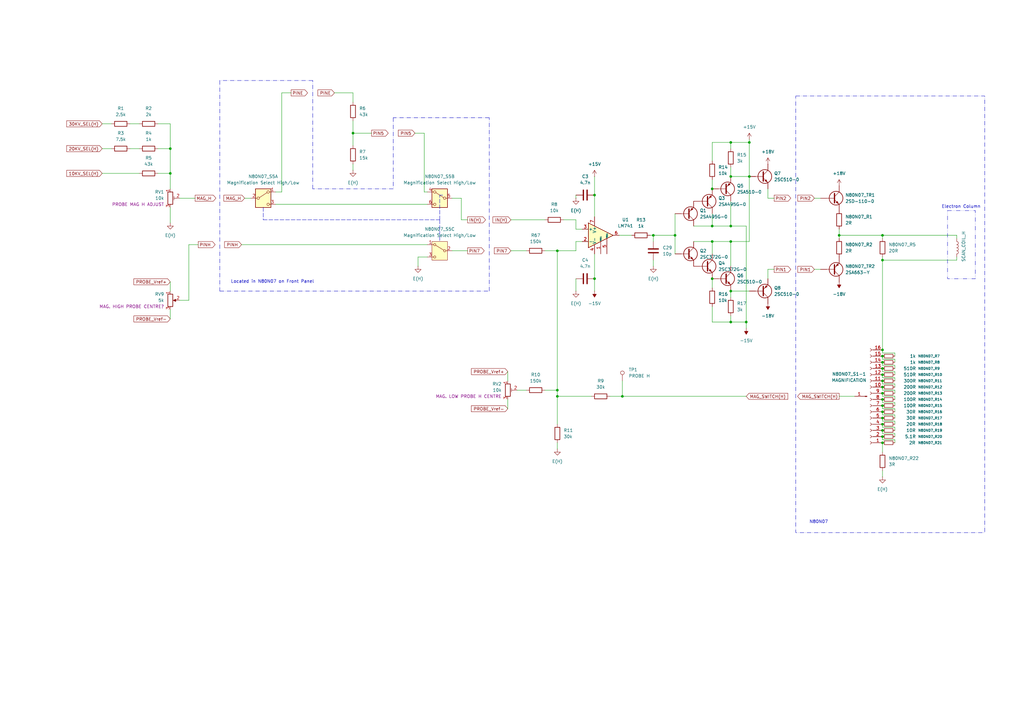
<source format=kicad_sch>
(kicad_sch (version 20250114) (generator "eeschema") (generator_version "9.0")
  (paper "A3")
  (title_block (title "N80NA01 Probe Horizontal Scan Drive"))
  (lib_symbols
    (symbol "Amplifier_Operational:LM741" (pin_names (offset 0.127))
      (property "Reference" "U" (at 0 6.35 0))
      (property "Value" "LM741" (at 0 3.81 0))
      (symbol "LM741_0_1"
        (polyline (pts (xy -5.08 5.08) (xy 5.08 0) (xy -5.08 -5.08) (xy -5.08 5.08)) (stroke (width 0.254)) (fill (type background)))
      )
      (symbol "LM741_1_1"
        (pin input line (at -7.62 2.54 0) (length 2.54) (name "+") (number "3"))
        (pin input line (at -7.62 -2.54 0) (length 2.54) (name "-") (number "2"))
        (pin power_in line (at -2.54 7.62 270) (length 3.81) (name "V+") (number "7"))
        (pin power_in line (at -2.54 -7.62 90) (length 3.81) (name "V-") (number "4"))
        (pin no_connect line (at 0 2.54 270) (length 2.54) (hide yes) (name "NC") (number "8"))
        (pin input line (at 0 -7.62 90) (length 5.08) (name "NULL") (number "1"))
        (pin input line (at 2.54 -7.62 90) (length 6.35) (name "NULL") (number "5"))
        (pin output line (at 7.62 0 180) (length 2.54) (name "~") (number "6"))
      )
    )
    (symbol "Connector:Conn_01x01_Pin" (pin_names (offset 1.016) (hide yes))
      (property "Reference" "J" (at 0 2.54 0))
      (property "Value" "Conn_01x01_Pin" (at 0 -2.54 0))
      (symbol "Conn_01x01_Pin_1_1"
        (rectangle (start 0.8636 0.127) (end 0 -0.127) (stroke (width 0.1524)) (fill (type outline)))
        (polyline (pts (xy 1.27 0) (xy 0.8636 0)) (stroke (width 0.1524)))
        (pin passive line (at 5.08 0 180) (length 3.81) (name "Pin_1") (number "1"))
      )
    )
    (symbol "Connector:Conn_01x16_Socket" (pin_names (offset 1.016) (hide yes))
      (property "Reference" "J" (at 0 20.32 0))
      (property "Value" "Conn_01x16_Socket" (at 0 -22.86 0))
      (symbol "Conn_01x16_Socket_1_1"
        (polyline (pts (xy -1.27 17.78) (xy -0.508 17.78)) (stroke (width 0.1524)))
        (polyline (pts (xy -1.27 15.24) (xy -0.508 15.24)) (stroke (width 0.1524)))
        (polyline (pts (xy -1.27 12.7) (xy -0.508 12.7)) (stroke (width 0.1524)))
        (polyline (pts (xy -1.27 10.16) (xy -0.508 10.16)) (stroke (width 0.1524)))
        (polyline (pts (xy -1.27 7.62) (xy -0.508 7.62)) (stroke (width 0.1524)))
        (polyline (pts (xy -1.27 5.08) (xy -0.508 5.08)) (stroke (width 0.1524)))
        (polyline (pts (xy -1.27 2.54) (xy -0.508 2.54)) (stroke (width 0.1524)))
        (polyline (pts (xy -1.27 0) (xy -0.508 0)) (stroke (width 0.1524)))
        (polyline (pts (xy -1.27 -2.54) (xy -0.508 -2.54)) (stroke (width 0.1524)))
        (polyline (pts (xy -1.27 -5.08) (xy -0.508 -5.08)) (stroke (width 0.1524)))
        (polyline (pts (xy -1.27 -7.62) (xy -0.508 -7.62)) (stroke (width 0.1524)))
        (polyline (pts (xy -1.27 -10.16) (xy -0.508 -10.16)) (stroke (width 0.1524)))
        (polyline (pts (xy -1.27 -12.7) (xy -0.508 -12.7)) (stroke (width 0.1524)))
        (polyline (pts (xy -1.27 -15.24) (xy -0.508 -15.24)) (stroke (width 0.1524)))
        (polyline (pts (xy -1.27 -17.78) (xy -0.508 -17.78)) (stroke (width 0.1524)))
        (polyline (pts (xy -1.27 -20.32) (xy -0.508 -20.32)) (stroke (width 0.1524)))
        (arc (start 0 17.272) (mid -0.5058 17.78) (end 0 18.288) (stroke (width 0.1524)))
        (arc (start 0 14.732) (mid -0.5058 15.24) (end 0 15.748) (stroke (width 0.1524)))
        (arc (start 0 12.192) (mid -0.5058 12.7) (end 0 13.208) (stroke (width 0.1524)))
        (arc (start 0 9.652) (mid -0.5058 10.16) (end 0 10.668) (stroke (width 0.1524)))
        (arc (start 0 7.112) (mid -0.5058 7.62) (end 0 8.128) (stroke (width 0.1524)))
        (arc (start 0 4.572) (mid -0.5058 5.08) (end 0 5.588) (stroke (width 0.1524)))
        (arc (start 0 2.032) (mid -0.5058 2.54) (end 0 3.048) (stroke (width 0.1524)))
        (arc (start 0 -0.508) (mid -0.5058 0) (end 0 0.508) (stroke (width 0.1524)))
        (arc (start 0 -3.048) (mid -0.5058 -2.54) (end 0 -2.032) (stroke (width 0.1524)))
        (arc (start 0 -5.588) (mid -0.5058 -5.08) (end 0 -4.572) (stroke (width 0.1524)))
        (arc (start 0 -8.128) (mid -0.5058 -7.62) (end 0 -7.112) (stroke (width 0.1524)))
        (arc (start 0 -10.668) (mid -0.5058 -10.16) (end 0 -9.652) (stroke (width 0.1524)))
        (arc (start 0 -13.208) (mid -0.5058 -12.7) (end 0 -12.192) (stroke (width 0.1524)))
        (arc (start 0 -15.748) (mid -0.5058 -15.24) (end 0 -14.732) (stroke (width 0.1524)))
        (arc (start 0 -18.288) (mid -0.5058 -17.78) (end 0 -17.272) (stroke (width 0.1524)))
        (arc (start 0 -20.828) (mid -0.5058 -20.32) (end 0 -19.812) (stroke (width 0.1524)))
        (pin passive line (at -5.08 17.78 0) (length 3.81) (name "Pin_1") (number "1"))
        (pin passive line (at -5.08 15.24 0) (length 3.81) (name "Pin_2") (number "2"))
        (pin passive line (at -5.08 12.7 0) (length 3.81) (name "Pin_3") (number "3"))
        (pin passive line (at -5.08 10.16 0) (length 3.81) (name "Pin_4") (number "4"))
        (pin passive line (at -5.08 7.62 0) (length 3.81) (name "Pin_5") (number "5"))
        (pin passive line (at -5.08 5.08 0) (length 3.81) (name "Pin_6") (number "6"))
        (pin passive line (at -5.08 2.54 0) (length 3.81) (name "Pin_7") (number "7"))
        (pin passive line (at -5.08 0 0) (length 3.81) (name "Pin_8") (number "8"))
        (pin passive line (at -5.08 -2.54 0) (length 3.81) (name "Pin_9") (number "9"))
        (pin passive line (at -5.08 -5.08 0) (length 3.81) (name "Pin_10") (number "10"))
        (pin passive line (at -5.08 -7.62 0) (length 3.81) (name "Pin_11") (number "11"))
        (pin passive line (at -5.08 -10.16 0) (length 3.81) (name "Pin_12") (number "12"))
        (pin passive line (at -5.08 -12.7 0) (length 3.81) (name "Pin_13") (number "13"))
        (pin passive line (at -5.08 -15.24 0) (length 3.81) (name "Pin_14") (number "14"))
        (pin passive line (at -5.08 -17.78 0) (length 3.81) (name "Pin_15") (number "15"))
        (pin passive line (at -5.08 -20.32 0) (length 3.81) (name "Pin_16") (number "16"))
      )
    )
    (symbol "Connector:TestPoint" (pin_numbers (hide yes)) (pin_names (offset 0.762) (hide yes))
      (property "Reference" "TP" (at 0 6.858 0))
      (property "Value" "TestPoint" (at 0 5.08 0))
      (symbol "TestPoint_0_1"
        (circle (center 0 3.302) (radius 0.762))
      )
      (symbol "TestPoint_1_1"
        (pin passive line (at 0 0 90) (length 2.54) (name "1") (number "1"))
      )
    )
    (symbol "Device:C" (pin_numbers (hide yes)) (pin_names (offset 0.254))
      (property "Reference" "C" (at 0.635 2.54 0))
      (property "Value" "C" (at 0.635 -2.54 0))
      (symbol "C_0_1"
        (polyline (pts (xy -2.032 0.762) (xy 2.032 0.762)) (stroke (width 0.508)))
        (polyline (pts (xy -2.032 -0.762) (xy 2.032 -0.762)) (stroke (width 0.508)))
      )
      (symbol "C_1_1"
        (pin passive line (at 0 3.81 270) (length 2.794) (name "~") (number "1"))
        (pin passive line (at 0 -3.81 90) (length 2.794) (name "~") (number "2"))
      )
    )
    (symbol "Device:L" (pin_numbers (hide yes)) (pin_names (offset 1.016) (hide yes))
      (property "Reference" "L" (at -1.27 0 90))
      (property "Value" "L" (at 1.905 0 90))
      (symbol "L_0_1"
        (arc (start 0 2.54) (mid 0.6323 1.905) (end 0 1.27))
        (arc (start 0 1.27) (mid 0.6323 0.635) (end 0 0))
        (arc (start 0 0) (mid 0.6323 -0.635) (end 0 -1.27))
        (arc (start 0 -1.27) (mid 0.6323 -1.905) (end 0 -2.54))
      )
      (symbol "L_1_1"
        (pin passive line (at 0 3.81 270) (length 1.27) (name "1") (number "1"))
        (pin passive line (at 0 -3.81 90) (length 1.27) (name "2") (number "2"))
      )
    )
    (symbol "Device:Q_NPN" (pin_numbers (hide yes)) (pin_names (offset 0) (hide yes))
      (property "Reference" "Q" (at 5.08 1.27 0))
      (property "Value" "Q_NPN" (at 5.08 -1.27 0))
      (symbol "Q_NPN_0_1"
        (polyline (pts (xy -2.54 0) (xy 0.635 0)))
        (polyline (pts (xy 0.635 1.905) (xy 0.635 -1.905)) (stroke (width 0.508)))
        (polyline (pts (xy 0.635 0.635) (xy 2.54 2.54)))
        (polyline (pts (xy 0.635 -0.635) (xy 2.54 -2.54)))
        (circle (center 1.27 0) (radius 2.8194) (stroke (width 0.254)))
        (polyline (pts (xy 1.27 -1.778) (xy 1.778 -1.27) (xy 2.286 -2.286) (xy 1.27 -1.778)) (fill (type outline)))
      )
      (symbol "Q_NPN_1_1"
        (pin input line (at -5.08 0 0) (length 2.54) (name "B") (number "B"))
        (pin passive line (at 2.54 5.08 270) (length 2.54) (name "C") (number "C"))
        (pin passive line (at 2.54 -5.08 90) (length 2.54) (name "E") (number "E"))
      )
    )
    (symbol "Device:Q_PNP" (pin_numbers (hide yes)) (pin_names (offset 0) (hide yes))
      (property "Reference" "Q" (at 5.08 1.27 0))
      (property "Value" "Q_PNP" (at 5.08 -1.27 0))
      (symbol "Q_PNP_0_1"
        (polyline (pts (xy -2.54 0) (xy 0.635 0)))
        (polyline (pts (xy 0.635 1.905) (xy 0.635 -1.905)) (stroke (width 0.508)))
        (polyline (pts (xy 0.635 0.635) (xy 2.54 2.54)))
        (polyline (pts (xy 0.635 -0.635) (xy 2.54 -2.54)))
        (circle (center 1.27 0) (radius 2.8194) (stroke (width 0.254)))
        (polyline (pts (xy 2.286 -1.778) (xy 1.778 -2.286) (xy 1.27 -1.27) (xy 2.286 -1.778)) (fill (type outline)))
      )
      (symbol "Q_PNP_1_1"
        (pin input line (at -5.08 0 0) (length 2.54) (name "B") (number "B"))
        (pin passive line (at 2.54 5.08 270) (length 2.54) (name "C") (number "C"))
        (pin passive line (at 2.54 -5.08 90) (length 2.54) (name "E") (number "E"))
      )
    )
    (symbol "Device:R" (pin_numbers (hide yes)) (pin_names (offset 0))
      (property "Reference" "R" (at 2.032 0 90))
      (property "Value" "R" (at 0 0 90))
      (symbol "R_0_1"
        (rectangle (start -1.016 -2.54) (end 1.016 2.54) (stroke (width 0.254)))
      )
      (symbol "R_1_1"
        (pin passive line (at 0 3.81 270) (length 1.27) (name "~") (number "1"))
        (pin passive line (at 0 -3.81 90) (length 1.27) (name "~") (number "2"))
      )
    )
    (symbol "Device:R_Potentiometer" (pin_names (offset 1.016) (hide yes))
      (property "Reference" "RV" (at -4.445 0 90))
      (property "Value" "R_Potentiometer" (at -2.54 0 90))
      (symbol "R_Potentiometer_0_1"
        (rectangle (start 1.016 2.54) (end -1.016 -2.54) (stroke (width 0.254)))
        (polyline (pts (xy 1.143 0) (xy 2.286 0.508) (xy 2.286 -0.508) (xy 1.143 0)) (fill (type outline)))
        (polyline (pts (xy 2.54 0) (xy 1.524 0)))
      )
      (symbol "R_Potentiometer_1_1"
        (pin passive line (at 0 3.81 270) (length 1.27) (name "1") (number "1"))
        (pin passive line (at 0 -3.81 90) (length 1.27) (name "3") (number "3"))
        (pin passive line (at 3.81 0 180) (length 1.27) (name "2") (number "2"))
      )
    )
    (symbol "Device:R_Potentiometer_Trim" (pin_names (offset 1.016) (hide yes))
      (property "Reference" "RV" (at -4.445 0 90))
      (property "Value" "R_Potentiometer_Trim" (at -2.54 0 90))
      (symbol "R_Potentiometer_Trim_0_1"
        (rectangle (start 1.016 2.54) (end -1.016 -2.54) (stroke (width 0.254)))
        (polyline (pts (xy 1.524 0.762) (xy 1.524 -0.762)))
        (polyline (pts (xy 2.54 0) (xy 1.524 0)))
      )
      (symbol "R_Potentiometer_Trim_1_1"
        (pin passive line (at 0 3.81 270) (length 1.27) (name "1") (number "1"))
        (pin passive line (at 0 -3.81 90) (length 1.27) (name "3") (number "3"))
        (pin passive line (at 3.81 0 180) (length 1.27) (name "2") (number "2"))
      )
    )
    (symbol "Device:R_Small" (pin_numbers (hide yes)) (pin_names (offset 0.254) (hide yes))
      (property "Reference" "R" (at 0 0 90))
      (property "Value" "R_Small" (at 1.778 0 90))
      (symbol "R_Small_0_1"
        (rectangle (start -0.762 1.778) (end 0.762 -1.778) (stroke (width 0.2032)))
      )
      (symbol "R_Small_1_1"
        (pin passive line (at 0 2.54 270) (length 0.762) (name "~") (number "1"))
        (pin passive line (at 0 -2.54 90) (length 0.762) (name "~") (number "2"))
      )
    )
    (symbol "Switch:SW_DPDT_x2" (pin_names (offset 0) (hide yes))
      (property "Reference" "SW" (at 0 5.08 0))
      (property "Value" "SW_DPDT_x2" (at 0 -5.08 0))
      (symbol "SW_DPDT_x2_0_0"
        (circle (center -2.032 0) (radius 0.508))
        (circle (center 2.032 -2.54) (radius 0.508))
      )
      (symbol "SW_DPDT_x2_0_1"
        (rectangle (start -3.175 3.81) (end 3.175 -3.81) (stroke (width 0.254)) (fill (type background)))
        (polyline (pts (xy -1.524 0.254) (xy 1.5748 2.286)))
        (circle (center 2.032 2.54) (radius 0.508))
      )
      (symbol "SW_DPDT_x2_1_1"
        (pin passive line (at -5.08 0 0) (length 2.54) (name "B") (number "2"))
        (pin passive line (at 5.08 2.54 180) (length 2.54) (name "A") (number "1"))
        (pin passive line (at 5.08 -2.54 180) (length 2.54) (name "C") (number "3"))
      )
      (symbol "SW_DPDT_x2_2_1"
        (pin passive line (at -5.08 0 0) (length 2.54) (name "B") (number "5"))
        (pin passive line (at 5.08 2.54 180) (length 2.54) (name "A") (number "4"))
        (pin passive line (at 5.08 -2.54 180) (length 2.54) (name "C") (number "6"))
      )
    )
    (symbol "Switch:SW_SPDT" (pin_names (offset 0) (hide yes))
      (property "Reference" "SW" (at 0 5.08 0))
      (property "Value" "SW_SPDT" (at 0 -5.08 0))
      (symbol "SW_SPDT_0_1"
        (circle (center -2.032 0) (radius 0.4572))
        (polyline (pts (xy -1.651 0.254) (xy 1.651 2.286)))
        (circle (center 2.032 2.54) (radius 0.4572))
        (circle (center 2.032 -2.54) (radius 0.4572))
      )
      (symbol "SW_SPDT_1_1"
        (rectangle (start -3.175 3.81) (end 3.175 -3.81) (fill (type background)))
        (pin passive line (at -5.08 0 0) (length 2.54) (name "B") (number "2"))
        (pin passive line (at 5.08 2.54 180) (length 2.54) (name "A") (number "1"))
        (pin passive line (at 5.08 -2.54 180) (length 2.54) (name "C") (number "3"))
      )
    )
    (symbol "power:+15V" (power) (pin_numbers (hide yes)) (pin_names (offset 0) (hide yes))
      (property "Value" "+15V" (at 0 3.556 0))
      (symbol "+15V_0_1"
        (polyline (pts (xy -0.762 1.27) (xy 0 2.54)))
        (polyline (pts (xy 0 2.54) (xy 0.762 1.27)))
        (polyline (pts (xy 0 0) (xy 0 2.54)))
      )
      (symbol "+15V_1_1"
        (pin power_in line (at 0 0 90) (length 0) (name "~") (number "1"))
      )
    )
    (symbol "power:-15V" (power) (pin_numbers (hide yes)) (pin_names (offset 0) (hide yes))
      (property "Value" "-15V" (at 0 3.556 0))
      (symbol "-15V_0_0"
        (pin power_in line (at 0 0 90) (length 0) (name "~") (number "1"))
      )
      (symbol "-15V_0_1"
        (polyline (pts (xy 0 0) (xy 0 1.27) (xy 0.762 1.27) (xy 0 2.54) (xy -0.762 1.27) (xy 0 1.27)) (fill (type outline)))
      )
    )
    (symbol "power:GND" (power) (pin_numbers (hide yes)) (pin_names (offset 0) (hide yes))
      (property "Value" "GND" (at 0 -3.81 0))
      (symbol "GND_0_1"
        (polyline (pts (xy 0 0) (xy 0 -1.27) (xy 1.27 -1.27) (xy 0 -2.54) (xy -1.27 -1.27) (xy 0 -1.27)))
      )
      (symbol "GND_1_1"
        (pin power_in line (at 0 0 270) (length 0) (name "~") (number "1"))
      )
    )
  )
  (rectangle (start 326.39 39.37) (end 403.86 218.44) (stroke (width 0) (type dash_dot)))
  (rectangle (start 388.62 86.36) (end 400.05 114.3) (stroke (width 0) (type dash_dot_dot)))
  (text "N80N07" (at 335.788 214.122 0) (effects (font (size 1.27 1.27))))
  (text "Electron Column" (at 394.208 84.836 0) (effects (font (size 1.27 1.27))))
  (text "Located in N80N07 on Front Panel" (at 111.76 115.57 0) (effects (font (size 1.27 1.27))))
  (junction (at 361.95 176.53))
  (junction (at 299.72 132.08))
  (junction (at 361.95 106.68))
  (junction (at 69.85 71.12))
  (junction (at 243.84 80.01))
  (junction (at 361.95 153.67))
  (junction (at 292.1 114.3))
  (junction (at 361.95 146.05))
  (junction (at 361.95 143.51))
  (junction (at 292.1 92.71))
  (junction (at 228.6 160.02))
  (junction (at 299.72 92.71))
  (junction (at 276.86 96.52))
  (junction (at 361.95 179.07))
  (junction (at 243.84 114.3))
  (junction (at 299.72 99.06))
  (junction (at 299.72 72.39))
  (junction (at 361.95 166.37))
  (junction (at 267.97 96.52))
  (junction (at 361.95 168.91))
  (junction (at 361.95 181.61))
  (junction (at 228.6 102.87))
  (junction (at 299.72 119.38))
  (junction (at 361.95 148.59))
  (junction (at 228.6 162.56))
  (junction (at 361.95 173.99))
  (junction (at 344.17 96.52))
  (junction (at 299.72 58.42))
  (junction (at 361.95 96.52))
  (junction (at 361.95 171.45))
  (junction (at 307.34 72.39))
  (junction (at 292.1 99.06))
  (junction (at 255.27 162.56))
  (junction (at 307.34 58.42))
  (junction (at 361.95 163.83))
  (junction (at 361.95 151.13))
  (junction (at 292.1 77.47))
  (junction (at 306.07 132.08))
  (junction (at 361.95 161.29))
  (junction (at 69.85 60.96))
  (junction (at 361.95 156.21))
  (junction (at 361.95 158.75))
  (junction (at 144.78 54.61))
  (wire (pts (xy 307.34 58.42) (xy 307.34 72.39)))
  (wire (pts (xy 361.95 175.26) (xy 361.95 173.99)))
  (wire (pts (xy 361.95 147.32) (xy 367.03 147.32)))
  (wire (pts (xy 367.03 158.75) (xy 367.03 157.48)))
  (wire (pts (xy 344.17 93.98) (xy 344.17 96.52)))
  (polyline (pts (xy 200.66 119.38) (xy 200.66 48.26)) (stroke (width 0) (type dash_dot)))
  (polyline (pts (xy 200.66 48.26) (xy 161.29 48.26)) (stroke (width 0) (type dash_dot)))
  (wire (pts (xy 361.95 147.32) (xy 361.95 146.05)))
  (wire (pts (xy 228.6 162.56) (xy 242.57 162.56)))
  (wire (pts (xy 284.48 92.71) (xy 292.1 92.71)))
  (wire (pts (xy 367.03 148.59) (xy 367.03 147.32)))
  (wire (pts (xy 306.07 132.08) (xy 306.07 92.71)))
  (wire (pts (xy 209.55 102.87) (xy 215.9 102.87)))
  (wire (pts (xy 361.95 160.02) (xy 361.95 158.75)))
  (wire (pts (xy 361.95 177.8) (xy 361.95 176.53)))
  (wire (pts (xy 53.34 50.8) (xy 57.15 50.8)))
  (wire (pts (xy 236.22 81.28) (xy 236.22 80.01)))
  (wire (pts (xy 243.84 104.14) (xy 243.84 114.3)))
  (wire (pts (xy 64.77 60.96) (xy 69.85 60.96)))
  (wire (pts (xy 77.47 100.33) (xy 77.47 123.19)))
  (wire (pts (xy 113.03 78.74) (xy 115.57 78.74)))
  (wire (pts (xy 367.03 168.91) (xy 367.03 167.64)))
  (wire (pts (xy 255.27 162.56) (xy 306.07 162.56)))
  (wire (pts (xy 276.86 87.63) (xy 276.86 96.52)))
  (wire (pts (xy 344.17 96.52) (xy 344.17 97.79)))
  (wire (pts (xy 276.86 96.52) (xy 276.86 104.14)))
  (polyline (pts (xy 128.27 33.02) (xy 90.17 33.02)) (stroke (width 0) (type dash_dot)))
  (wire (pts (xy 367.03 179.07) (xy 367.03 177.8)))
  (wire (pts (xy 292.1 132.08) (xy 299.72 132.08)))
  (wire (pts (xy 314.96 114.3) (xy 314.96 110.49)))
  (wire (pts (xy 367.03 165.1) (xy 361.95 165.1)))
  (wire (pts (xy 115.57 78.74) (xy 115.57 38.1)))
  (wire (pts (xy 173.99 54.61) (xy 173.99 78.74)))
  (polyline (pts (xy 90.17 119.38) (xy 200.66 119.38)) (stroke (width 0) (type dash_dot)))
  (wire (pts (xy 231.14 90.17) (xy 236.22 90.17)))
  (wire (pts (xy 367.03 173.99) (xy 367.03 172.72)))
  (wire (pts (xy 314.96 81.28) (xy 317.5 81.28)))
  (wire (pts (xy 292.1 58.42) (xy 299.72 58.42)))
  (wire (pts (xy 284.48 99.06) (xy 292.1 99.06)))
  (wire (pts (xy 367.03 160.02) (xy 361.95 160.02)))
  (wire (pts (xy 137.16 38.1) (xy 144.78 38.1)))
  (wire (pts (xy 64.77 50.8) (xy 69.85 50.8)))
  (wire (pts (xy 243.84 80.01) (xy 243.84 88.9)))
  (wire (pts (xy 69.85 50.8) (xy 69.85 60.96)))
  (wire (pts (xy 307.34 57.15) (xy 307.34 58.42)))
  (wire (pts (xy 361.95 165.1) (xy 361.95 163.83)))
  (wire (pts (xy 69.85 115.57) (xy 69.85 119.38)))
  (wire (pts (xy 361.95 157.48) (xy 361.95 156.21)))
  (wire (pts (xy 361.95 149.86) (xy 361.95 148.59)))
  (wire (pts (xy 367.03 163.83) (xy 367.03 162.56)))
  (polyline (pts (xy 128.27 77.47) (xy 128.27 33.02)) (stroke (width 0) (type dash_dot)))
  (wire (pts (xy 69.85 91.44) (xy 69.85 85.09)))
  (wire (pts (xy 41.91 60.96) (xy 45.72 60.96)))
  (wire (pts (xy 189.23 90.17) (xy 191.77 90.17)))
  (polyline (pts (xy 107.95 85.09) (xy 107.95 90.17)) (stroke (width 0) (type dash)))
  (wire (pts (xy 367.03 181.61) (xy 367.03 180.34)))
  (wire (pts (xy 100.33 81.28) (xy 102.87 81.28)))
  (wire (pts (xy 367.03 176.53) (xy 367.03 175.26)))
  (wire (pts (xy 223.52 102.87) (xy 228.6 102.87)))
  (wire (pts (xy 336.55 110.49) (xy 334.01 110.49)))
  (wire (pts (xy 228.6 160.02) (xy 228.6 162.56)))
  (wire (pts (xy 307.34 72.39) (xy 307.34 99.06)))
  (wire (pts (xy 113.03 83.82) (xy 175.26 83.82)))
  (wire (pts (xy 243.84 72.39) (xy 243.84 80.01)))
  (wire (pts (xy 367.03 154.94) (xy 361.95 154.94)))
  (wire (pts (xy 144.78 49.53) (xy 144.78 54.61)))
  (wire (pts (xy 392.43 96.52) (xy 361.95 96.52)))
  (polyline (pts (xy 180.34 90.17) (xy 180.34 80.01)) (stroke (width 0) (type dash)))
  (wire (pts (xy 307.34 119.38) (xy 299.72 119.38)))
  (wire (pts (xy 367.03 170.18) (xy 361.95 170.18)))
  (wire (pts (xy 236.22 119.38) (xy 236.22 114.3)))
  (wire (pts (xy 367.03 153.67) (xy 367.03 152.4)))
  (wire (pts (xy 367.03 157.48) (xy 361.95 157.48)))
  (wire (pts (xy 77.47 100.33) (xy 81.28 100.33)))
  (polyline (pts (xy 161.29 77.47) (xy 128.27 77.47)) (stroke (width 0) (type dash_dot)))
  (wire (pts (xy 367.03 156.21) (xy 367.03 154.94)))
  (wire (pts (xy 212.09 160.02) (xy 215.9 160.02)))
  (wire (pts (xy 361.95 177.8) (xy 367.03 177.8)))
  (wire (pts (xy 392.43 106.68) (xy 361.95 106.68)))
  (wire (pts (xy 361.95 106.68) (xy 361.95 143.51)))
  (wire (pts (xy 173.99 78.74) (xy 175.26 78.74)))
  (wire (pts (xy 306.07 92.71) (xy 299.72 92.71)))
  (wire (pts (xy 361.95 152.4) (xy 361.95 151.13)))
  (wire (pts (xy 361.95 96.52) (xy 344.17 96.52)))
  (wire (pts (xy 69.85 127) (xy 69.85 130.81)))
  (wire (pts (xy 361.95 105.41) (xy 361.95 106.68)))
  (wire (pts (xy 367.03 175.26) (xy 361.95 175.26)))
  (wire (pts (xy 99.06 100.33) (xy 175.26 100.33)))
  (wire (pts (xy 267.97 96.52) (xy 267.97 99.06)))
  (wire (pts (xy 299.72 68.58) (xy 299.72 72.39)))
  (wire (pts (xy 267.97 106.68) (xy 267.97 109.22)))
  (wire (pts (xy 77.47 123.19) (xy 73.66 123.19)))
  (wire (pts (xy 314.96 77.47) (xy 314.96 81.28)))
  (wire (pts (xy 367.03 171.45) (xy 367.03 170.18)))
  (wire (pts (xy 64.77 71.12) (xy 69.85 71.12)))
  (wire (pts (xy 185.42 81.28) (xy 189.23 81.28)))
  (polyline (pts (xy 107.95 90.17) (xy 180.34 90.17)) (stroke (width 0) (type dash)))
  (wire (pts (xy 344.17 162.56) (xy 350.52 162.56)))
  (wire (pts (xy 170.18 54.61) (xy 173.99 54.61)))
  (wire (pts (xy 228.6 184.15) (xy 228.6 181.61)))
  (wire (pts (xy 144.78 67.31) (xy 144.78 69.85)))
  (wire (pts (xy 299.72 99.06) (xy 292.1 99.06)))
  (wire (pts (xy 115.57 38.1) (xy 119.38 38.1)))
  (wire (pts (xy 361.95 154.94) (xy 361.95 153.67)))
  (wire (pts (xy 41.91 50.8) (xy 45.72 50.8)))
  (wire (pts (xy 299.72 109.22) (xy 299.72 99.06)))
  (wire (pts (xy 228.6 102.87) (xy 228.6 160.02)))
  (wire (pts (xy 171.45 109.22) (xy 171.45 105.41)))
  (wire (pts (xy 69.85 71.12) (xy 69.85 77.47)))
  (wire (pts (xy 361.95 181.61) (xy 361.95 185.42)))
  (wire (pts (xy 299.72 92.71) (xy 292.1 92.71)))
  (wire (pts (xy 144.78 54.61) (xy 144.78 59.69)))
  (wire (pts (xy 367.03 172.72) (xy 361.95 172.72)))
  (wire (pts (xy 73.66 81.28) (xy 80.01 81.28)))
  (wire (pts (xy 367.03 162.56) (xy 361.95 162.56)))
  (wire (pts (xy 292.1 87.63) (xy 292.1 92.71)))
  (wire (pts (xy 299.72 72.39) (xy 307.34 72.39)))
  (wire (pts (xy 243.84 119.38) (xy 243.84 114.3)))
  (polyline (pts (xy 180.34 80.01) (xy 181.61 80.01)) (stroke (width 0) (type dash)))
  (wire (pts (xy 361.95 170.18) (xy 361.95 168.91)))
  (wire (pts (xy 299.72 60.96) (xy 299.72 58.42)))
  (wire (pts (xy 189.23 81.28) (xy 189.23 90.17)))
  (wire (pts (xy 367.03 166.37) (xy 367.03 165.1)))
  (wire (pts (xy 299.72 119.38) (xy 299.72 121.92)))
  (wire (pts (xy 361.95 144.78) (xy 361.95 143.51)))
  (wire (pts (xy 236.22 99.06) (xy 238.76 99.06)))
  (wire (pts (xy 361.95 195.58) (xy 361.95 193.04)))
  (wire (pts (xy 292.1 99.06) (xy 292.1 104.14)))
  (wire (pts (xy 254 96.52) (xy 259.08 96.52)))
  (wire (pts (xy 185.42 102.87) (xy 191.77 102.87)))
  (wire (pts (xy 361.95 96.52) (xy 361.95 97.79)))
  (wire (pts (xy 292.1 66.04) (xy 292.1 58.42)))
  (wire (pts (xy 236.22 93.98) (xy 238.76 93.98)))
  (wire (pts (xy 367.03 180.34) (xy 361.95 180.34)))
  (wire (pts (xy 292.1 73.66) (xy 292.1 77.47)))
  (wire (pts (xy 228.6 173.99) (xy 228.6 162.56)))
  (wire (pts (xy 367.03 149.86) (xy 361.95 149.86)))
  (wire (pts (xy 223.52 160.02) (xy 228.6 160.02)))
  (wire (pts (xy 307.34 99.06) (xy 299.72 99.06)))
  (wire (pts (xy 314.96 110.49) (xy 317.5 110.49)))
  (wire (pts (xy 299.72 129.54) (xy 299.72 132.08)))
  (wire (pts (xy 336.55 81.28) (xy 334.01 81.28)))
  (wire (pts (xy 367.03 144.78) (xy 361.95 144.78)))
  (wire (pts (xy 236.22 102.87) (xy 228.6 102.87)))
  (wire (pts (xy 361.95 180.34) (xy 361.95 179.07)))
  (wire (pts (xy 292.1 114.3) (xy 292.1 118.11)))
  (wire (pts (xy 367.03 167.64) (xy 361.95 167.64)))
  (wire (pts (xy 267.97 96.52) (xy 276.86 96.52)))
  (wire (pts (xy 361.95 172.72) (xy 361.95 171.45)))
  (wire (pts (xy 208.28 163.83) (xy 208.28 167.64)))
  (wire (pts (xy 392.43 105.41) (xy 392.43 106.68)))
  (wire (pts (xy 53.34 60.96) (xy 57.15 60.96)))
  (wire (pts (xy 250.19 162.56) (xy 255.27 162.56)))
  (wire (pts (xy 255.27 156.21) (xy 255.27 162.56)))
  (wire (pts (xy 367.03 146.05) (xy 367.03 144.78)))
  (wire (pts (xy 299.72 132.08) (xy 306.07 132.08)))
  (wire (pts (xy 306.07 134.62) (xy 306.07 132.08)))
  (wire (pts (xy 266.7 96.52) (xy 267.97 96.52)))
  (wire (pts (xy 367.03 151.13) (xy 367.03 149.86)))
  (wire (pts (xy 236.22 93.98) (xy 236.22 90.17)))
  (wire (pts (xy 69.85 60.96) (xy 69.85 71.12)))
  (wire (pts (xy 144.78 54.61) (xy 152.4 54.61)))
  (wire (pts (xy 361.95 162.56) (xy 361.95 161.29)))
  (wire (pts (xy 209.55 90.17) (xy 223.52 90.17)))
  (wire (pts (xy 299.72 82.55) (xy 299.72 92.71)))
  (wire (pts (xy 41.91 71.12) (xy 57.15 71.12)))
  (wire (pts (xy 292.1 125.73) (xy 292.1 132.08)))
  (wire (pts (xy 367.03 152.4) (xy 361.95 152.4)))
  (wire (pts (xy 171.45 105.41) (xy 175.26 105.41)))
  (wire (pts (xy 208.28 152.4) (xy 208.28 156.21)))
  (wire (pts (xy 361.95 167.64) (xy 361.95 166.37)))
  (polyline (pts (xy 90.17 33.02) (xy 90.17 119.38)) (stroke (width 0) (type dash_dot)))
  (wire (pts (xy 236.22 99.06) (xy 236.22 102.87)))
  (polyline (pts (xy 180.34 90.17) (xy 180.34 99.06)) (stroke (width 0) (type dash)))
  (wire (pts (xy 299.72 58.42) (xy 307.34 58.42)))
  (polyline (pts (xy 161.29 48.26) (xy 161.29 77.47)) (stroke (width 0) (type dash_dot)))
  (wire (pts (xy 392.43 97.79) (xy 392.43 96.52)))
  (wire (pts (xy 367.03 161.29) (xy 367.03 160.02)))
  (wire (pts (xy 144.78 38.1) (xy 144.78 41.91)))
  (global_label "MAG_H" (shape input) (at 100.33 81.28 180) (property "Intersheetrefs" "${INTERSHEET_REFS}" (effects (hide yes))))
  (global_label "PROBE_Vref-" (shape input) (at 208.28 167.64 180) (property "Intersheetrefs" "${INTERSHEET_REFS}" (effects (hide yes))))
  (global_label "MAG_H" (shape output) (at 80.01 81.28 0) (property "Intersheetrefs" "${INTERSHEET_REFS}" (effects (hide yes))))
  (global_label "PIN7" (shape input) (at 209.55 102.87 180) (property "Intersheetrefs" "${INTERSHEET_REFS}" (effects (hide yes))))
  (global_label "10KV_SEL(H)" (shape input) (at 41.91 71.12 180) (property "Intersheetrefs" "${INTERSHEET_REFS}" (effects (hide yes))))
  (global_label "MAG_SWITCH(H)" (shape output) (at 344.17 162.56 180) (property "Intersheetrefs" "${INTERSHEET_REFS}" (effects (hide yes))))
  (global_label "PIN1" (shape input) (at 334.01 110.49 180) (property "Intersheetrefs" "${INTERSHEET_REFS}" (effects (hide yes))))
  (global_label "PIN5" (shape input) (at 170.18 54.61 180) (property "Intersheetrefs" "${INTERSHEET_REFS}" (effects (hide yes))))
  (global_label "PIN2" (shape output) (at 317.5 81.28 0) (property "Intersheetrefs" "${INTERSHEET_REFS}" (effects (hide yes))))
  (global_label "PROBE_Vref+" (shape input) (at 69.85 115.57 180) (property "Intersheetrefs" "${INTERSHEET_REFS}" (effects (hide yes))))
  (global_label "PIN1" (shape output) (at 317.5 110.49 0) (property "Intersheetrefs" "${INTERSHEET_REFS}" (effects (hide yes))))
  (global_label "MAG_SWITCH(H)" (shape input) (at 306.07 162.56 0) (property "Intersheetrefs" "${INTERSHEET_REFS}" (effects (hide yes))))
  (global_label "PINE" (shape output) (at 119.38 38.1 0) (property "Intersheetrefs" "${INTERSHEET_REFS}" (effects (hide yes))))
  (global_label "PINH" (shape input) (at 99.06 100.33 180) (property "Intersheetrefs" "${INTERSHEET_REFS}" (effects (hide yes))))
  (global_label "IN(H)" (shape input) (at 209.55 90.17 180) (property "Intersheetrefs" "${INTERSHEET_REFS}" (effects (hide yes))))
  (global_label "PIN7" (shape output) (at 191.77 102.87 0) (property "Intersheetrefs" "${INTERSHEET_REFS}" (effects (hide yes))))
  (global_label "30KV_SEL(H)" (shape input) (at 41.91 50.8 180) (property "Intersheetrefs" "${INTERSHEET_REFS}" (effects (hide yes))))
  (global_label "PINH" (shape output) (at 81.28 100.33 0) (property "Intersheetrefs" "${INTERSHEET_REFS}" (effects (hide yes))))
  (global_label "IN(H)" (shape output) (at 191.77 90.17 0) (property "Intersheetrefs" "${INTERSHEET_REFS}" (effects (hide yes))))
  (global_label "PROBE_Vref+" (shape input) (at 208.28 152.4 180) (property "Intersheetrefs" "${INTERSHEET_REFS}" (effects (hide yes))))
  (global_label "20KV_SEL(H)" (shape input) (at 41.91 60.96 180) (property "Intersheetrefs" "${INTERSHEET_REFS}" (effects (hide yes))))
  (global_label "PROBE_Vref-" (shape input) (at 69.85 130.81 180) (property "Intersheetrefs" "${INTERSHEET_REFS}" (effects (hide yes))))
  (global_label "PINE" (shape input) (at 137.16 38.1 180) (property "Intersheetrefs" "${INTERSHEET_REFS}" (effects (hide yes))))
  (global_label "PIN2" (shape input) (at 334.01 81.28 180) (property "Intersheetrefs" "${INTERSHEET_REFS}" (effects (hide yes))))
  (global_label "PIN5" (shape output) (at 152.4 54.61 0) (property "Intersheetrefs" "${INTERSHEET_REFS}" (effects (hide yes))))
  (symbol (lib_id "Device:R_Potentiometer") (at 69.85 123.19 0) (unit 1)
    (property "Reference" "RV9" (at 67.31 120.6499 0) (effects (justify right)))
    (property "Value" "5k" (at 67.31 123.1899 0) (effects (justify right)))
    (property "Description" "MAG. HIGH PROBE CENTRE?" (at 67.31 125.7299 0) (effects (justify right)))
  )
  (symbol (lib_id "Device:R_Small") (at 364.49 156.21 90) (unit 1) (in_bom no) (on_board no)
    (property "Reference" "N80N07_R11" (at 381.508 156.21 90) (effects (font (size 1.016 1.016))))
    (property "Value" "300R" (at 373.126 156.21 90))
    (property "Description" "Resistor, small symbol" (effects (hide yes)))
  )
  (symbol (lib_id "power:GND") (at 69.85 91.44 0) (unit 1)
    (property "Reference" "#PWR042" (effects (hide yes)))
    (property "Value" "E(H)" (at 69.85 96.52 0))
    (property "Description" "Power symbol creates a global label with name \"GND\" , ground" (effects (hide yes)))
  )
  (symbol (lib_id "Device:Q_NPN") (at 281.94 104.14 0) (unit 1)
    (property "Reference" "Q2" (at 287.02 102.8699 0) (effects (justify left)))
    (property "Value" "2SC372G-0" (at 287.02 105.4099 0) (effects (justify left)))
    (property "Description" "NPN bipolar junction transistor" (effects (hide yes)))
  )
  (symbol (lib_id "Device:Q_NPN") (at 289.56 109.22 0) (unit 1)
    (property "Reference" "Q4" (at 294.64 107.9499 0) (effects (justify left)))
    (property "Value" "2SC372G-0" (at 294.64 110.4899 0) (effects (justify left)))
    (property "Description" "NPN bipolar junction transistor" (effects (hide yes)))
  )
  (symbol (lib_id "Device:R_Potentiometer_Trim") (at 69.85 81.28 0) (unit 1)
    (property "Reference" "RV1" (at 67.31 78.7399 0) (effects (justify right)))
    (property "Value" "10k" (at 67.31 81.2799 0) (effects (justify right)))
    (property "Description" "PROBE MAG H ADJUST" (at 67.31 83.8199 0) (effects (justify right)))
  )
  (symbol (lib_id "Device:Q_PNP") (at 281.94 87.63 0) (mirror x) (unit 1)
    (property "Reference" "Q1" (at 287.02 86.3599 0) (effects (justify left)))
    (property "Value" "2SA495G-0" (at 287.02 88.8999 0) (effects (justify left)))
    (property "Description" "PNP bipolar junction transistor" (effects (hide yes)))
  )
  (symbol (lib_id "Device:R") (at 144.78 45.72 0) (unit 1)
    (property "Reference" "R6" (at 147.32 44.4499 0) (effects (justify left)))
    (property "Value" "43k" (at 147.32 46.9899 0) (effects (justify left)))
    (property "Description" "Resistor" (effects (hide yes)))
  )
  (symbol (lib_id "Device:R") (at 299.72 125.73 0) (unit 1)
    (property "Reference" "R17" (at 302.26 124.4599 0) (effects (justify left)))
    (property "Value" "3k" (at 302.26 126.9999 0) (effects (justify left)))
    (property "Description" "Resistor" (effects (hide yes)))
  )
  (symbol (lib_id "Device:R_Small") (at 364.49 146.05 90) (unit 1) (in_bom no) (on_board no)
    (property "Reference" "N80N07_R7" (at 381 146.05 90) (effects (font (size 1.016 1.016))))
    (property "Value" "1k" (at 374.396 146.05 90))
    (property "Description" "Resistor, small symbol" (effects (hide yes)))
  )
  (symbol (lib_id "Device:R_Small") (at 364.49 179.07 90) (unit 1) (in_bom no) (on_board no)
    (property "Reference" "N80N07_R20" (at 381.508 179.07 90) (effects (font (size 1.016 1.016))))
    (property "Value" "5.1R" (at 373.38 179.07 90))
    (property "Description" "Resistor, small symbol" (effects (hide yes)))
  )
  (symbol (lib_id "Device:R") (at 49.53 60.96 90) (unit 1)
    (property "Reference" "R3" (at 49.53 54.61 90))
    (property "Value" "7.5k" (at 49.53 57.15 90))
    (property "Description" "Resistor" (effects (hide yes)))
  )
  (symbol (lib_id "Device:R_Small") (at 364.49 161.29 90) (unit 1) (in_bom no) (on_board no)
    (property "Reference" "N80N07_R13" (at 381.508 161.29 90) (effects (font (size 1.016 1.016))))
    (property "Value" "200R" (at 373.126 161.29 90))
    (property "Description" "Resistor, small symbol" (effects (hide yes)))
  )
  (symbol (lib_id "Amplifier_Operational:LM741") (at 246.38 96.52 0) (unit 1)
    (property "Reference" "U1" (at 256.54 90.0998 0))
    (property "Value" "LM741" (at 256.54 92.6398 0))
    (property "Datasheet" "http://www.ti.com/lit/ds/symlink/lm741.pdf" (effects (hide yes)))
    (property "Description" "Operational Amplifier, DIP-8/TO-99-8" (effects (hide yes)))
  )
  (symbol (lib_id "power:GND") (at 236.22 81.28 0) (unit 1)
    (property "Reference" "#PWR045" (effects (hide yes)))
    (property "Value" "E(H)" (at 236.22 86.36 0))
    (property "Description" "Power symbol creates a global label with name \"GND\" , ground" (effects (hide yes)))
  )
  (symbol (lib_id "Device:R_Small") (at 364.49 168.91 90) (unit 1) (in_bom no) (on_board no)
    (property "Reference" "N80N07_R16" (at 381.508 168.91 90) (effects (font (size 1.016 1.016))))
    (property "Value" "30R" (at 373.634 168.91 90))
    (property "Description" "Resistor, small symbol" (effects (hide yes)))
  )
  (symbol (lib_id "Device:R_Small") (at 364.49 151.13 90) (unit 1) (in_bom no) (on_board no)
    (property "Reference" "N80N07_R9" (at 381 151.13 90) (effects (font (size 1.016 1.016))))
    (property "Value" "510R" (at 373.126 151.13 90))
    (property "Description" "Resistor, small symbol" (effects (hide yes)))
  )
  (symbol (lib_id "power:GND") (at 236.22 119.38 0) (unit 1)
    (property "Reference" "#PWR044" (effects (hide yes)))
    (property "Value" "E(H)" (at 236.22 124.46 0))
    (property "Description" "Power symbol creates a global label with name \"GND\" , ground" (effects (hide yes)))
  )
  (symbol (lib_id "Device:R") (at 299.72 64.77 0) (unit 1)
    (property "Reference" "R15" (at 302.26 63.4999 0) (effects (justify left)))
    (property "Value" "3k" (at 302.26 66.0399 0) (effects (justify left)))
    (property "Description" "Resistor" (effects (hide yes)))
  )
  (symbol (lib_id "Device:R") (at 227.33 90.17 90) (unit 1)
    (property "Reference" "R8" (at 227.33 83.82 90))
    (property "Value" "10k" (at 227.33 86.36 90))
    (property "Description" "Resistor" (effects (hide yes)))
  )
  (symbol (lib_id "Device:Q_PNP") (at 289.56 82.55 0) (mirror x) (unit 1)
    (property "Reference" "Q3" (at 294.64 81.2799 0) (effects (justify left)))
    (property "Value" "2SA495G-0" (at 294.64 83.8199 0) (effects (justify left)))
    (property "Description" "PNP bipolar junction transistor" (effects (hide yes)))
  )
  (symbol (lib_id "Device:Q_NPN") (at 297.18 114.3 0) (unit 1)
    (property "Reference" "Q6" (at 302.26 113.0299 0) (effects (justify left)))
    (property "Value" "2SC510-0" (at 302.26 115.5699 0) (effects (justify left)))
    (property "Description" "NPN bipolar junction transistor" (effects (hide yes)))
  )
  (symbol (lib_id "power:GND") (at 267.97 109.22 0) (unit 1)
    (property "Reference" "#PWR046" (effects (hide yes)))
    (property "Value" "E(H)" (at 267.97 114.3 0))
    (property "Description" "Power symbol creates a global label with name \"GND\" , ground" (effects (hide yes)))
  )
  (symbol (lib_id "Device:Q_PNP") (at 341.63 110.49 0) (mirror x) (unit 1) (in_bom no) (on_board no)
    (property "Reference" "N80N07_TR2" (at 346.71 109.2199 0) (effects (justify left)))
    (property "Value" "2SA663-Y" (at 346.71 111.7599 0) (effects (justify left)))
    (property "Description" "PNP bipolar junction transistor" (effects (hide yes)))
  )
  (symbol (lib_id "Device:R") (at 292.1 69.85 0) (unit 1)
    (property "Reference" "R14" (at 294.64 68.5799 0) (effects (justify left)))
    (property "Value" "10k" (at 294.64 71.1199 0) (effects (justify left)))
    (property "Description" "Resistor" (effects (hide yes)))
  )
  (symbol (lib_id "Device:R") (at 246.38 162.56 270) (mirror x) (unit 1)
    (property "Reference" "R9" (at 246.38 156.21 90))
    (property "Value" "30k" (at 246.38 158.75 90))
    (property "Description" "Resistor" (effects (hide yes)))
  )
  (symbol (lib_id "power:-15V") (at 314.96 124.46 180) (unit 1)
    (property "Reference" "#PWR017" (effects (hide yes)))
    (property "Value" "-18V" (at 314.96 129.54 0))
    (property "Description" "Power symbol creates a global label with name \"-15V\"" (effects (hide yes)))
  )
  (symbol (lib_id "Device:C") (at 267.97 102.87 0) (unit 1)
    (property "Reference" "C29" (at 271.78 101.5999 0) (effects (justify left)))
    (property "Value" "10p" (at 271.78 104.1399 0) (effects (justify left)))
    (property "Description" "Unpolarized capacitor" (effects (hide yes)))
  )
  (symbol (lib_id "Connector:Conn_01x01_Pin") (at 355.6 162.56 0) (mirror y) (unit 1) (in_bom no) (on_board no)
    (property "Reference" "J2" (effects (hide yes)))
    (property "Value" "Conn_01x01_Pin" (effects (hide yes)))
    (property "Description" "Generic connector, single row, 01x01, script generated" (effects (hide yes)))
  )
  (symbol (lib_id "power:+15V") (at 243.84 72.39 0) (unit 1)
    (property "Reference" "#PWR01" (effects (hide yes)))
    (property "Value" "+15V" (at 243.84 67.31 0))
    (property "Description" "Power symbol creates a global label with name \"+15V\"" (effects (hide yes)))
  )
  (symbol (lib_id "Device:Q_PNP") (at 312.42 119.38 0) (mirror x) (unit 1)
    (property "Reference" "Q8" (at 317.5 118.1099 0) (effects (justify left)))
    (property "Value" "2SC510-0" (at 317.5 120.6499 0) (effects (justify left)))
    (property "Description" "PNP bipolar junction transistor" (effects (hide yes)))
  )
  (symbol (lib_id "Device:Q_NPN") (at 312.42 72.39 0) (unit 1)
    (property "Reference" "Q7" (at 317.5 71.1199 0) (effects (justify left)))
    (property "Value" "2SC510-0" (at 317.5 73.6599 0) (effects (justify left)))
    (property "Description" "NPN bipolar junction transistor" (effects (hide yes)))
  )
  (symbol (lib_id "power:-15V") (at 243.84 119.38 180) (unit 1)
    (property "Reference" "#PWR08" (effects (hide yes)))
    (property "Value" "-15V" (at 243.84 124.46 0))
    (property "Description" "Power symbol creates a global label with name \"-15V\"" (effects (hide yes)))
  )
  (symbol (lib_id "Device:R_Small") (at 364.49 181.61 90) (unit 1) (in_bom no) (on_board no)
    (property "Reference" "N80N07_R21" (at 381.508 181.61 90) (effects (font (size 1.016 1.016))))
    (property "Value" "2R" (at 374.142 181.61 90))
    (property "Description" "Resistor, small symbol" (effects (hide yes)))
  )
  (symbol (lib_id "power:GND") (at 144.78 69.85 0) (unit 1)
    (property "Reference" "#PWR043" (effects (hide yes)))
    (property "Value" "E(H)" (at 144.78 74.93 0))
    (property "Description" "Power symbol creates a global label with name \"GND\" , ground" (effects (hide yes)))
  )
  (symbol (lib_id "Device:R") (at 219.71 160.02 90) (unit 1)
    (property "Reference" "R10" (at 219.71 153.67 90))
    (property "Value" "150k" (at 219.71 156.21 90))
    (property "Description" "Resistor" (effects (hide yes)))
  )
  (symbol (lib_id "Device:R_Small") (at 364.49 158.75 90) (unit 1) (in_bom no) (on_board no)
    (property "Reference" "N80N07_R12" (at 381.508 158.75 90) (effects (font (size 1.016 1.016))))
    (property "Value" "200R" (at 373.126 158.75 90))
    (property "Description" "Resistor, small symbol" (effects (hide yes)))
  )
  (symbol (lib_id "power:+15V") (at 307.34 57.15 0) (unit 1)
    (property "Reference" "#PWR020" (effects (hide yes)))
    (property "Value" "+15V" (at 307.34 52.07 0))
    (property "Description" "Power symbol creates a global label with name \"+15V\"" (effects (hide yes)))
  )
  (symbol (lib_id "Device:R") (at 344.17 90.17 0) (unit 1) (in_bom no) (on_board no)
    (property "Reference" "N80N07_R1" (at 346.71 88.8999 0) (effects (justify left)))
    (property "Value" "2R" (at 346.71 91.4399 0) (effects (justify left)))
    (property "Description" "Resistor" (effects (hide yes)))
  )
  (symbol (lib_id "Device:R") (at 60.96 71.12 90) (unit 1)
    (property "Reference" "R5" (at 60.96 64.77 90))
    (property "Value" "43k" (at 60.96 67.31 90))
    (property "Description" "Resistor" (effects (hide yes)))
  )
  (symbol (lib_id "Device:Q_PNP") (at 297.18 77.47 0) (mirror x) (unit 1)
    (property "Reference" "Q5" (at 302.26 76.1999 0) (effects (justify left)))
    (property "Value" "2SA510-0" (at 302.26 78.7399 0) (effects (justify left)))
    (property "Description" "PNP bipolar junction transistor" (effects (hide yes)))
  )
  (symbol (lib_id "Device:R_Small") (at 364.49 166.37 90) (unit 1) (in_bom no) (on_board no)
    (property "Reference" "N80N07_R15" (at 381.508 166.37 90) (effects (font (size 1.016 1.016))))
    (property "Value" "100R" (at 373.126 166.37 90))
    (property "Description" "Resistor, small symbol" (effects (hide yes)))
  )
  (symbol (lib_id "Device:R") (at 49.53 50.8 90) (unit 1)
    (property "Reference" "R1" (at 49.53 44.45 90))
    (property "Value" "2.5k" (at 49.53 46.99 90))
    (property "Description" "Resistor" (effects (hide yes)))
  )
  (symbol (lib_id "Connector:TestPoint") (at 255.27 156.21 0) (mirror y) (unit 1)
    (property "Reference" "TP1" (at 257.81 151.6379 0) (effects (justify right)))
    (property "Value" "PROBE H" (at 257.81 154.1779 0) (effects (justify right)))
    (property "Description" "test point" (effects (hide yes)))
  )
  (symbol (lib_id "Device:R_Small") (at 364.49 176.53 90) (unit 1) (in_bom no) (on_board no)
    (property "Reference" "N80N07_R19" (at 381.508 176.53 90) (effects (font (size 1.016 1.016))))
    (property "Value" "10R" (at 373.634 176.53 90))
    (property "Description" "Resistor, small symbol" (effects (hide yes)))
  )
  (symbol (lib_id "power:+15V") (at 344.17 76.2 0) (unit 1)
    (property "Reference" "#PWR072" (effects (hide yes)))
    (property "Value" "+18V" (at 344.17 71.12 0))
    (property "Description" "Power symbol creates a global label with name \"+15V\"" (effects (hide yes)))
  )
  (symbol (lib_id "Device:Q_NPN") (at 341.63 81.28 0) (unit 1) (in_bom no) (on_board no)
    (property "Reference" "N80N07_TR1" (at 346.71 80.0099 0) (effects (justify left)))
    (property "Value" "2SD-110-0" (at 346.71 82.5499 0) (effects (justify left)))
    (property "Description" "NPN bipolar junction transistor" (effects (hide yes)))
  )
  (symbol (lib_id "Switch:SW_DPDT_x2") (at 180.34 81.28 0) (mirror y) (unit 2) (in_bom no) (on_board no)
    (property "Reference" "N80N07_S5" (at 180.34 72.39 0))
    (property "Value" "Magnification Select High/Low" (at 180.34 74.93 0))
    (property "Description" "Switch, dual pole double throw, separate symbols" (effects (hide yes)))
  )
  (symbol (lib_id "power:GND") (at 171.45 109.22 0) (unit 1)
    (property "Reference" "#PWR070" (effects (hide yes)))
    (property "Value" "E(H)" (at 171.45 114.3 0))
    (property "Description" "Power symbol creates a global label with name \"GND\" , ground" (effects (hide yes)))
  )
  (symbol (lib_id "Device:C") (at 240.03 80.01 90) (unit 1)
    (property "Reference" "C3" (at 240.03 72.39 90))
    (property "Value" "4.7n" (at 240.03 74.93 90))
    (property "Description" "Unpolarized capacitor" (effects (hide yes)))
  )
  (symbol (lib_id "power:GND") (at 361.95 195.58 0) (unit 1)
    (property "Reference" "#PWR074" (effects (hide yes)))
    (property "Value" "E(H)" (at 361.95 200.66 0))
    (property "Description" "Power symbol creates a global label with name \"GND\" , ground" (effects (hide yes)))
  )
  (symbol (lib_id "Device:R") (at 228.6 177.8 0) (unit 1)
    (property "Reference" "R11" (at 231.14 176.5299 0) (effects (justify left)))
    (property "Value" "30k" (at 231.14 179.0699 0) (effects (justify left)))
    (property "Description" "Resistor" (effects (hide yes)))
  )
  (symbol (lib_id "Device:R") (at 344.17 101.6 0) (unit 1) (in_bom no) (on_board no)
    (property "Reference" "N80N07_R2" (at 346.71 100.3299 0) (effects (justify left)))
    (property "Value" "2R" (at 346.71 102.8699 0) (effects (justify left)))
    (property "Description" "Resistor" (effects (hide yes)))
  )
  (symbol (lib_id "Device:R_Small") (at 364.49 148.59 90) (unit 1) (in_bom no) (on_board no)
    (property "Reference" "N80N07_R8" (at 381 148.59 90) (effects (font (size 1.016 1.016))))
    (property "Value" "1k" (at 374.396 148.59 90))
    (property "Description" "Resistor, small symbol" (effects (hide yes)))
  )
  (symbol (lib_id "Device:R_Small") (at 364.49 153.67 90) (unit 1) (in_bom no) (on_board no)
    (property "Reference" "N80N07_R10" (at 381.508 153.67 90) (effects (font (size 1.016 1.016))))
    (property "Value" "510R" (at 373.126 153.67 90))
    (property "Description" "Resistor, small symbol" (effects (hide yes)))
  )
  (symbol (lib_id "Device:R") (at 144.78 63.5 0) (unit 1)
    (property "Reference" "R7" (at 147.32 62.2299 0) (effects (justify left)))
    (property "Value" "15k" (at 147.32 64.7699 0) (effects (justify left)))
    (property "Description" "Resistor" (effects (hide yes)))
  )
  (symbol (lib_id "Device:R") (at 60.96 60.96 90) (unit 1)
    (property "Reference" "R4" (at 60.96 54.61 90))
    (property "Value" "1k" (at 60.96 57.15 90))
    (property "Description" "Resistor" (effects (hide yes)))
  )
  (symbol (lib_id "Device:R") (at 60.96 50.8 90) (unit 1)
    (property "Reference" "R2" (at 60.96 44.45 90))
    (property "Value" "2k" (at 60.96 46.99 90))
    (property "Description" "Resistor" (effects (hide yes)))
  )
  (symbol (lib_id "Device:R") (at 292.1 121.92 0) (unit 1)
    (property "Reference" "R16" (at 294.64 120.6499 0) (effects (justify left)))
    (property "Value" "10k" (at 294.64 123.1899 0) (effects (justify left)))
    (property "Description" "Resistor" (effects (hide yes)))
  )
  (symbol (lib_id "Device:R_Small") (at 364.49 163.83 90) (unit 1) (in_bom no) (on_board no)
    (property "Reference" "N80N07_R14" (at 381.508 163.83 90) (effects (font (size 1.016 1.016))))
    (property "Value" "100R" (at 373.126 163.83 90))
    (property "Description" "Resistor, small symbol" (effects (hide yes)))
  )
  (symbol (lib_id "power:-15V") (at 306.07 134.62 180) (unit 1)
    (property "Reference" "#PWR021" (effects (hide yes)))
    (property "Value" "-15V" (at 306.07 139.7 0))
    (property "Description" "Power symbol creates a global label with name \"-15V\"" (effects (hide yes)))
  )
  (symbol (lib_id "power:-15V") (at 344.17 115.57 180) (unit 1)
    (property "Reference" "#PWR073" (effects (hide yes)))
    (property "Value" "-18V" (at 344.17 120.65 0))
    (property "Description" "Power symbol creates a global label with name \"-15V\"" (effects (hide yes)))
  )
  (symbol (lib_id "Device:R_Small") (at 364.49 171.45 90) (unit 1) (in_bom no) (on_board no)
    (property "Reference" "N80N07_R17" (at 381.508 171.45 90) (effects (font (size 1.016 1.016))))
    (property "Value" "30R" (at 373.634 171.45 90))
    (property "Description" "Resistor, small symbol" (effects (hide yes)))
  )
  (symbol (lib_id "Device:R_Small") (at 364.49 173.99 90) (unit 1) (in_bom no) (on_board no)
    (property "Reference" "N80N07_R18" (at 381.508 173.99 90) (effects (font (size 1.016 1.016))))
    (property "Value" "20R" (at 373.634 173.99 90))
    (property "Description" "Resistor, small symbol" (effects (hide yes)))
  )
  (symbol (lib_id "Switch:SW_SPDT") (at 180.34 102.87 0) (mirror y) (unit 1) (in_bom no) (on_board no)
    (property "Reference" "N80N07_S5C" (at 180.34 93.98 0))
    (property "Value" "Magnification Select High/Low" (at 180.34 96.52 0))
    (property "Description" "Switch, single pole double throw" (effects (hide yes)))
  )
  (symbol (lib_id "Switch:SW_DPDT_x2") (at 107.95 81.28 0) (unit 1) (in_bom no) (on_board no)
    (property "Reference" "N80N07_S5" (at 107.95 72.39 0))
    (property "Value" "Magnification Select High/Low" (at 107.95 74.93 0))
    (property "Description" "Switch, dual pole double throw, separate symbols" (effects (hide yes)))
  )
  (symbol (lib_id "Device:R_Potentiometer_Trim") (at 208.28 160.02 0) (unit 1)
    (property "Reference" "RV2" (at 205.74 157.4799 0) (effects (justify right)))
    (property "Value" "10k" (at 205.74 160.0199 0) (effects (justify right)))
    (property "Description" "MAG. LOW PROBE H CENTRE" (at 205.74 162.5599 0) (effects (justify right)))
  )
  (symbol (lib_id "power:+15V") (at 314.96 67.31 0) (unit 1)
    (property "Reference" "#PWR016" (effects (hide yes)))
    (property "Value" "+18V" (at 314.96 62.23 0))
    (property "Description" "Power symbol creates a global label with name \"+15V\"" (effects (hide yes)))
  )
  (symbol (lib_id "power:GND") (at 228.6 184.15 0) (unit 1)
    (property "Reference" "#PWR071" (effects (hide yes)))
    (property "Value" "E(H)" (at 228.6 189.23 0))
    (property "Description" "Power symbol creates a global label with name \"GND\" , ground" (effects (hide yes)))
  )
  (symbol (lib_id "Device:C") (at 240.03 114.3 90) (unit 1)
    (property "Reference" "C4" (at 240.03 106.68 90))
    (property "Value" "4.7n" (at 240.03 109.22 90))
    (property "Description" "Unpolarized capacitor" (effects (hide yes)))
  )
  (symbol (lib_id "Device:L") (at 392.43 101.6 0) (unit 1) (in_bom no) (on_board no)
    (property "Reference" "SCAN_COIL_H" (at 395.224 101.092 90))
    (property "Value" "L" (effects (hide yes)))
    (property "Description" "Inductor" (effects (hide yes)))
  )
  (symbol (lib_id "Device:R") (at 219.71 102.87 90) (unit 1)
    (property "Reference" "R67" (at 219.71 96.52 90))
    (property "Value" "150k" (at 219.71 99.06 90))
    (property "Description" "Resistor" (effects (hide yes)))
  )
  (symbol (lib_id "Device:R") (at 361.95 101.6 0) (unit 1) (in_bom no) (on_board no)
    (property "Reference" "N80N07_R5" (at 364.49 100.3299 0) (effects (justify left)))
    (property "Value" "20R" (at 364.49 102.8699 0) (effects (justify left)))
    (property "Description" "Resistor" (effects (hide yes)))
  )
  (symbol (lib_id "Device:R") (at 361.95 189.23 0) (unit 1) (in_bom no) (on_board no)
    (property "Reference" "N80N07_R22" (at 364.49 187.9599 0) (effects (justify left)))
    (property "Value" "3R" (at 364.49 190.4999 0) (effects (justify left)))
    (property "Description" "Resistor" (effects (hide yes)))
  )
  (symbol (lib_id "Connector:Conn_01x16_Socket") (at 356.87 163.83 180) (unit 1) (in_bom no) (on_board no)
    (property "Reference" "N80N07_S1-1" (at 348.234 153.416 0))
    (property "Value" "MAGNIFICATION" (at 348.234 155.956 0))
    (property "Description" "Generic connector, single row, 01x16, script generated" (effects (hide yes)))
  )
  (symbol (lib_id "Device:R") (at 262.89 96.52 90) (unit 1)
    (property "Reference" "R13" (at 262.89 90.17 90))
    (property "Value" "1k" (at 262.89 92.71 90))
    (property "Description" "Resistor" (effects (hide yes)))
  )
)
</source>
